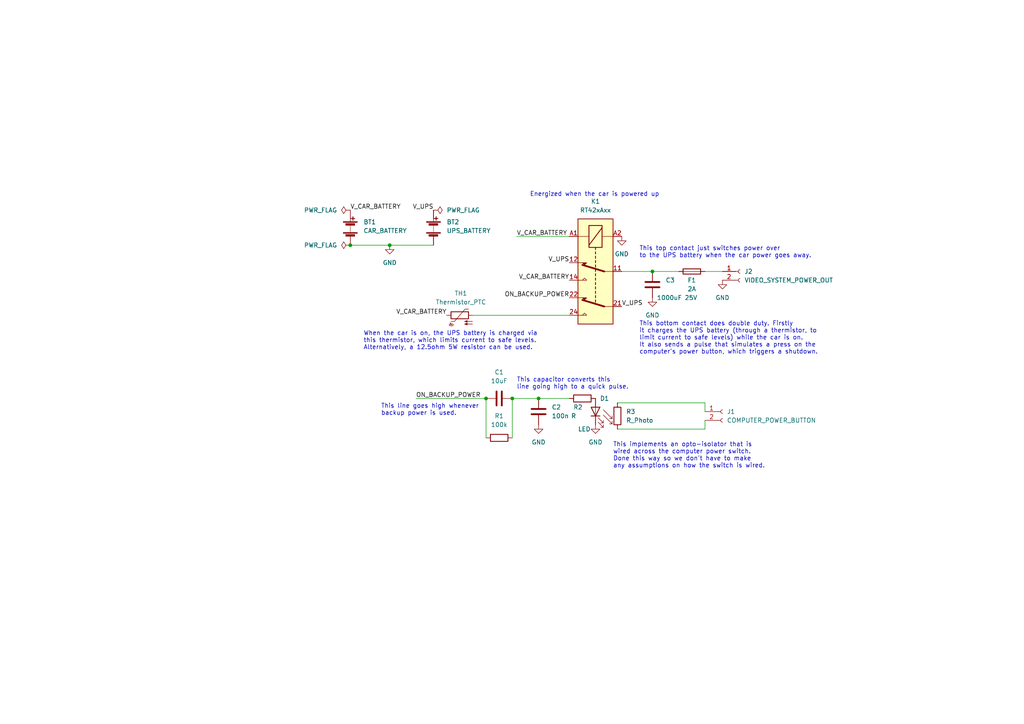
<source format=kicad_sch>
(kicad_sch (version 20211123) (generator eeschema)
  (paper "A4")
  (lib_symbols
    (symbol "Connector:Conn_01x02_Female" (pin_names (offset 1.016) hide)
      (property "Reference" "J" (at 0 2.54 0))
      (property "Value" "Conn_01x02_Female" (at 0 -5.08 0))
      (symbol "Conn_01x02_Female_1_1"
        (arc (start 0 -2.032) (mid -0.508 -2.54) (end 0 -3.048) (stroke (width 0.1524)))
        (polyline (pts (xy -1.27 -2.54) (xy -0.508 -2.54)) (stroke (width 0.1524)))
        (polyline (pts (xy -1.27 0) (xy -0.508 0)) (stroke (width 0.1524)))
        (arc (start 0 0.508) (mid -0.508 0) (end 0 -0.508) (stroke (width 0.1524)))
        (pin passive line (at -5.08 0 0) (length 3.81) (name "Pin_1") (number "1"))
        (pin passive line (at -5.08 -2.54 0) (length 3.81) (name "Pin_2") (number "2"))
      )
    )
    (symbol "Device:Battery" (pin_numbers hide) (pin_names (offset 0) hide)
      (property "Reference" "BT" (at 2.54 2.54 0))
      (property "Value" "Battery" (at 2.54 0 0))
      (symbol "Battery_0_1"
        (rectangle (start -2.032 -1.397) (end 2.032 -1.651) (fill (type outline)))
        (rectangle (start -2.032 1.778) (end 2.032 1.524) (fill (type outline)))
        (rectangle (start -1.3208 -1.9812) (end 1.27 -2.4892) (fill (type outline)))
        (rectangle (start -1.3208 1.1938) (end 1.27 0.6858) (fill (type outline)))
        (polyline (pts (xy 0 -1.524) (xy 0 -1.27)))
        (polyline (pts (xy 0 -1.016) (xy 0 -0.762)))
        (polyline (pts (xy 0 -0.508) (xy 0 -0.254)))
        (polyline (pts (xy 0 0) (xy 0 0.254)))
        (polyline (pts (xy 0 0.508) (xy 0 0.762)))
        (polyline (pts (xy 0 1.778) (xy 0 2.54)))
        (polyline (pts (xy 0.254 2.667) (xy 1.27 2.667)) (stroke (width 0.254)))
        (polyline (pts (xy 0.762 3.175) (xy 0.762 2.159)) (stroke (width 0.254)))
      )
      (symbol "Battery_1_1"
        (pin passive line (at 0 5.08 270) (length 2.54) (name "+") (number "1"))
        (pin passive line (at 0 -5.08 90) (length 2.54) (name "-") (number "2"))
      )
    )
    (symbol "Device:C" (pin_numbers hide) (pin_names (offset 0.254))
      (property "Reference" "C" (at 0.635 2.54 0))
      (property "Value" "C" (at 0.635 -2.54 0))
      (symbol "C_0_1"
        (polyline (pts (xy -2.032 -0.762) (xy 2.032 -0.762)) (stroke (width 0.508)))
        (polyline (pts (xy -2.032 0.762) (xy 2.032 0.762)) (stroke (width 0.508)))
      )
      (symbol "C_1_1"
        (pin passive line (at 0 3.81 270) (length 2.794) (name "~") (number "1"))
        (pin passive line (at 0 -3.81 90) (length 2.794) (name "~") (number "2"))
      )
    )
    (symbol "Device:Fuse" (pin_numbers hide) (pin_names (offset 0))
      (property "Reference" "F" (at 2.032 0 90))
      (property "Value" "Fuse" (at -1.905 0 90))
      (symbol "Fuse_0_1"
        (rectangle (start -0.762 -2.54) (end 0.762 2.54) (stroke (width 0.254)))
        (polyline (pts (xy 0 2.54) (xy 0 -2.54)))
      )
      (symbol "Fuse_1_1"
        (pin passive line (at 0 3.81 270) (length 1.27) (name "~") (number "1"))
        (pin passive line (at 0 -3.81 90) (length 1.27) (name "~") (number "2"))
      )
    )
    (symbol "Device:LED" (pin_numbers hide) (pin_names (offset 1.016) hide)
      (property "Reference" "D" (at 0 2.54 0))
      (property "Value" "LED" (at 0 -2.54 0))
      (symbol "LED_0_1"
        (polyline (pts (xy -1.27 -1.27) (xy -1.27 1.27)) (stroke (width 0.254)))
        (polyline (pts (xy -1.27 0) (xy 1.27 0)))
        (polyline (pts (xy 1.27 -1.27) (xy 1.27 1.27) (xy -1.27 0) (xy 1.27 -1.27)) (stroke (width 0.254)))
        (polyline (pts (xy -3.048 -0.762) (xy -4.572 -2.286) (xy -3.81 -2.286) (xy -4.572 -2.286) (xy -4.572 -1.524)))
        (polyline (pts (xy -1.778 -0.762) (xy -3.302 -2.286) (xy -2.54 -2.286) (xy -3.302 -2.286) (xy -3.302 -1.524)))
      )
      (symbol "LED_1_1"
        (pin passive line (at -3.81 0 0) (length 2.54) (name "K") (number "1"))
        (pin passive line (at 3.81 0 180) (length 2.54) (name "A") (number "2"))
      )
    )
    (symbol "Device:R" (pin_numbers hide) (pin_names (offset 0))
      (property "Reference" "R" (at 2.032 0 90))
      (property "Value" "R" (at 0 0 90))
      (symbol "R_0_1"
        (rectangle (start -1.016 -2.54) (end 1.016 2.54) (stroke (width 0.254)))
      )
      (symbol "R_1_1"
        (pin passive line (at 0 3.81 270) (length 1.27) (name "~") (number "1"))
        (pin passive line (at 0 -3.81 90) (length 1.27) (name "~") (number "2"))
      )
    )
    (symbol "Device:R_Photo" (pin_numbers hide) (pin_names (offset 0))
      (property "Reference" "R" (at 1.27 1.27 0))
      (property "Value" "R_Photo" (at 1.27 0 0))
      (symbol "R_Photo_0_1"
        (rectangle (start -1.016 2.54) (end 1.016 -2.54) (stroke (width 0.254)))
        (polyline (pts (xy -1.524 -2.286) (xy -4.064 0.254)))
        (polyline (pts (xy -1.524 -2.286) (xy -2.286 -2.286)))
        (polyline (pts (xy -1.524 -2.286) (xy -1.524 -1.524)))
        (polyline (pts (xy -1.524 -0.762) (xy -4.064 1.778)))
        (polyline (pts (xy -1.524 -0.762) (xy -2.286 -0.762)))
        (polyline (pts (xy -1.524 -0.762) (xy -1.524 0)))
      )
      (symbol "R_Photo_1_1"
        (pin passive line (at 0 3.81 270) (length 1.27) (name "~") (number "1"))
        (pin passive line (at 0 -3.81 90) (length 1.27) (name "~") (number "2"))
      )
    )
    (symbol "Device:Thermistor_PTC" (pin_numbers hide) (pin_names (offset 0))
      (property "Reference" "TH" (at -4.064 0 90))
      (property "Value" "Thermistor_PTC" (at 3.048 0 90))
      (symbol "Thermistor_PTC_0_1"
        (arc (start -3.048 2.159) (mid -3.0505 2.3165) (end -3.175 2.413))
        (arc (start -3.048 2.159) (mid -2.9736 1.9794) (end -2.794 1.905))
        (arc (start -3.048 2.794) (mid -2.9736 2.6144) (end -2.794 2.54))
        (arc (start -2.794 1.905) (mid -2.6144 1.9794) (end -2.54 2.159))
        (arc (start -2.794 2.54) (mid -2.434 2.5608) (end -2.159 2.794))
        (arc (start -2.794 3.048) (mid -2.9736 2.9736) (end -3.048 2.794))
        (arc (start -2.54 2.794) (mid -2.6144 2.9736) (end -2.794 3.048))
        (rectangle (start -1.016 2.54) (end 1.016 -2.54) (stroke (width 0.254)))
        (polyline (pts (xy -2.54 2.159) (xy -2.54 2.794)))
        (polyline (pts (xy -1.778 2.54) (xy -1.778 1.524) (xy 1.778 -1.524) (xy 1.778 -2.54)))
        (polyline (pts (xy -2.54 -3.683) (xy -2.54 -1.397) (xy -2.794 -2.159) (xy -2.286 -2.159) (xy -2.54 -1.397) (xy -2.54 -1.651)) (fill (type outline)))
        (polyline (pts (xy -1.778 -3.683) (xy -1.778 -1.397) (xy -2.032 -2.159) (xy -1.524 -2.159) (xy -1.778 -1.397) (xy -1.778 -1.651)) (fill (type outline)))
      )
      (symbol "Thermistor_PTC_1_1"
        (pin passive line (at 0 3.81 270) (length 1.27) (name "~") (number "1"))
        (pin passive line (at 0 -3.81 90) (length 1.27) (name "~") (number "2"))
      )
    )
    (symbol "Relay:RT42xAxx"
      (property "Reference" "K" (at 16.51 3.81 0))
      (property "Value" "RT42xAxx" (at 16.51 1.27 0))
      (symbol "RT42xAxx_0_0"
        (polyline (pts (xy -7.62 1.905) (xy -12.7 -1.905)) (stroke (width 0.254)))
      )
      (symbol "RT42xAxx_0_1"
        (rectangle (start -15.24 5.08) (end 15.24 -5.08) (stroke (width 0.254)) (fill (type background)))
        (rectangle (start -13.335 1.905) (end -6.985 -1.905) (stroke (width 0.254)))
        (polyline (pts (xy -10.16 -5.08) (xy -10.16 -1.905)))
        (polyline (pts (xy -10.16 5.08) (xy -10.16 1.905)))
        (polyline (pts (xy -6.985 0) (xy -6.35 0)) (stroke (width 0.254)))
        (polyline (pts (xy -5.715 0) (xy -5.08 0)) (stroke (width 0.254)))
        (polyline (pts (xy -4.445 0) (xy -3.81 0)) (stroke (width 0.254)))
        (polyline (pts (xy -3.175 0) (xy -2.54 0)) (stroke (width 0.254)))
        (polyline (pts (xy -1.905 0) (xy -1.27 0)) (stroke (width 0.254)))
        (polyline (pts (xy -0.635 0) (xy 0 0)) (stroke (width 0.254)))
        (polyline (pts (xy 0 -2.54) (xy -1.905 3.81)) (stroke (width 0.508)))
        (polyline (pts (xy 0 -2.54) (xy 0 -5.08)))
        (polyline (pts (xy 0.635 0) (xy 1.27 0)) (stroke (width 0.254)))
        (polyline (pts (xy 1.905 0) (xy 2.54 0)) (stroke (width 0.254)))
        (polyline (pts (xy 3.175 0) (xy 3.81 0)) (stroke (width 0.254)))
        (polyline (pts (xy 4.445 0) (xy 5.08 0)) (stroke (width 0.254)))
        (polyline (pts (xy 5.715 0) (xy 6.35 0)) (stroke (width 0.254)))
        (polyline (pts (xy 6.985 0) (xy 7.62 0)) (stroke (width 0.254)))
        (polyline (pts (xy 8.255 0) (xy 8.89 0)) (stroke (width 0.254)))
        (polyline (pts (xy 10.16 -2.54) (xy 8.255 3.81)) (stroke (width 0.508)))
        (polyline (pts (xy 10.16 -2.54) (xy 10.16 -5.08)))
        (polyline (pts (xy -2.54 5.08) (xy -2.54 2.54) (xy -1.905 3.175) (xy -2.54 3.81)) (fill (type outline)))
        (polyline (pts (xy 2.54 5.08) (xy 2.54 2.54) (xy 1.905 3.175) (xy 2.54 3.81)))
        (polyline (pts (xy 7.62 5.08) (xy 7.62 2.54) (xy 8.255 3.175) (xy 7.62 3.81)) (fill (type outline)))
        (polyline (pts (xy 12.7 5.08) (xy 12.7 2.54) (xy 12.065 3.175) (xy 12.7 3.81)))
      )
      (symbol "RT42xAxx_1_1"
        (pin passive line (at 0 -7.62 90) (length 2.54) (name "~") (number "11"))
        (pin passive line (at -2.54 7.62 270) (length 2.54) (name "~") (number "12"))
        (pin passive line (at 2.54 7.62 270) (length 2.54) (name "~") (number "14"))
        (pin passive line (at 10.16 -7.62 90) (length 2.54) (name "~") (number "21"))
        (pin passive line (at 7.62 7.62 270) (length 2.54) (name "~") (number "22"))
        (pin passive line (at 12.7 7.62 270) (length 2.54) (name "~") (number "24"))
        (pin passive line (at -10.16 7.62 270) (length 2.54) (name "~") (number "A1"))
        (pin passive line (at -10.16 -7.62 90) (length 2.54) (name "~") (number "A2"))
      )
    )
    (symbol "power:GND" (power) (pin_names (offset 0))
      (property "Value" "GND" (at 0 -3.81 0))
      (symbol "GND_0_1"
        (polyline (pts (xy 0 0) (xy 0 -1.27) (xy 1.27 -1.27) (xy 0 -2.54) (xy -1.27 -1.27) (xy 0 -1.27)))
      )
      (symbol "GND_1_1"
        (pin power_in line (at 0 0 270) (length 0) hide (name "GND") (number "1"))
      )
    )
    (symbol "power:PWR_FLAG" (power) (pin_numbers hide) (pin_names (offset 0) hide)
      (property "Value" "PWR_FLAG" (at 0 3.81 0))
      (symbol "PWR_FLAG_0_0"
        (pin power_out line (at 0 0 90) (length 0) (name "pwr") (number "1"))
      )
      (symbol "PWR_FLAG_0_1"
        (polyline (pts (xy 0 0) (xy 0 1.27) (xy -1.016 1.905) (xy 0 2.54) (xy 1.016 1.905) (xy 0 1.27)))
      )
    )
  )
  (junction (at 140.97 115.57))
  (junction (at 101.6 71.12))
  (junction (at 189.23 78.74))
  (junction (at 113.03 71.12))
  (junction (at 148.59 115.57))
  (junction (at 156.21 115.57))
  (wire (pts (xy 156.21 115.57) (xy 165.1 115.57)))
  (wire (pts (xy 179.07 124.46) (xy 204.47 124.46)))
  (wire (pts (xy 204.47 116.84) (xy 204.47 119.38)))
  (wire (pts (xy 148.59 115.57) (xy 156.21 115.57)))
  (wire (pts (xy 180.34 78.74) (xy 189.23 78.74)))
  (wire (pts (xy 204.47 124.46) (xy 204.47 121.92)))
  (wire (pts (xy 179.07 116.84) (xy 204.47 116.84)))
  (wire (pts (xy 137.16 91.44) (xy 165.1 91.44)))
  (wire (pts (xy 149.86 68.58) (xy 165.1 68.58)))
  (wire (pts (xy 140.97 115.57) (xy 140.97 127)))
  (wire (pts (xy 148.59 115.57) (xy 148.59 127)))
  (wire (pts (xy 189.23 78.74) (xy 196.85 78.74)))
  (wire (pts (xy 204.47 78.74) (xy 209.55 78.74)))
  (wire (pts (xy 101.6 71.12) (xy 113.03 71.12)))
  (wire (pts (xy 113.03 71.12) (xy 125.73 71.12)))
  (wire (pts (xy 120.65 115.57) (xy 140.97 115.57)))
  (text "When the car is on, the UPS battery is charged via\nthis thermistor, which limits current to safe levels.\nAlternatively, a 12.5ohm 5W resistor can be used." (at 105.41 101.6 0) (effects (font (size 1.27 1.27)) (justify left bottom)))
  (text "This top contact just switches power over\nto the UPS battery when the car power goes away." (at 185.42 74.93 0) (effects (font (size 1.27 1.27)) (justify left bottom)))
  (text "This line goes high whenever\nbackup power is used." (at 110.49 120.65 0) (effects (font (size 1.27 1.27)) (justify left bottom)))
  (text "This bottom contact does double duty. Firstly\nit charges the UPS battery (through a thermistor, to\nlimit current to safe levels) while the car is on.\nIt also sends a pulse that simulates a press on the\ncomputer's power button, which triggers a shutdown." (at 185.42 102.87 0) (effects (font (size 1.27 1.27)) (justify left bottom)))
  (text "This capacitor converts this\nline going high to a quick pulse." (at 149.86 113.03 0) (effects (font (size 1.27 1.27)) (justify left bottom)))
  (text "Energized when the car is powered up" (at 153.67 57.15 0) (effects (font (size 1.27 1.27)) (justify left bottom)))
  (text "This implements an opto-isolator that is\nwired across the computer power switch.\nDone this way so we don't have to make\nany assumptions on how the switch is wired." (at 177.8 135.89 0) (effects (font (size 1.27 1.27)) (justify left bottom)))
  (label "V_CAR_BATTERY" (at 101.6 60.96 0))
  (label "ON_BACKUP_POWER" (at 165.1 86.36 180))
  (label "V_CAR_BATTERY" (at 129.54 91.44 180))
  (label "ON_BACKUP_POWER" (at 120.65 115.57 0))
  (label "V_UPS" (at 125.73 60.96 180))
  (label "V_UPS" (at 180.34 88.9 0))
  (label "V_UPS" (at 165.1 76.2 180))
  (label "V_CAR_BATTERY" (at 149.86 68.58 0))
  (label "V_CAR_BATTERY" (at 165.1 81.28 180))
  (symbol (lib_id "Device:C") (at 156.21 119.38 0) (unit 1)
    (property "Reference" "C2" (at 160.02 118.1099 0) (effects (justify left)))
    (property "Value" "100n" (at 160.02 120.6499 0) (effects (justify left)))
  )
  (symbol (lib_id "Connector:Conn_01x02_Female") (at 214.63 78.74 0) (unit 1)
    (property "Reference" "J2" (at 215.9 78.7399 0) (effects (justify left)))
    (property "Value" "VIDEO_SYSTEM_POWER_OUT" (at 215.9 81.2799 0) (effects (justify left)))
  )
  (symbol (lib_id "Device:R") (at 144.78 127 90) (unit 1)
    (property "Reference" "R1" (at 144.78 120.65 90))
    (property "Value" "100k" (at 144.78 123.19 90))
  )
  (symbol (lib_id "power:GND") (at 172.72 123.19 0) (unit 1)
    (property "Reference" "#PWR03" (effects hide))
    (property "Value" "GND" (at 172.72 128.27 0))
  )
  (symbol (lib_id "Device:Fuse") (at 200.66 78.74 90) (unit 1)
    (property "Reference" "F1" (at 200.66 81.28 90))
    (property "Value" "2A" (at 200.66 83.82 90))
  )
  (symbol (lib_id "Device:C") (at 144.78 115.57 90) (unit 1)
    (property "Reference" "C1" (at 144.78 107.95 90))
    (property "Value" "10uF" (at 144.78 110.49 90))
  )
  (symbol (lib_id "power:PWR_FLAG") (at 125.73 60.96 270) (unit 1)
    (property "Reference" "#FLG0103" (effects hide))
    (property "Value" "PWR_FLAG" (at 129.54 60.9599 90) (effects (justify left)))
  )
  (symbol (lib_id "Device:Thermistor_PTC") (at 133.35 91.44 90) (unit 1)
    (property "Reference" "TH1" (at 133.6675 85.09 90))
    (property "Value" "Thermistor_PTC" (at 133.6675 87.63 90))
  )
  (symbol (lib_id "Device:LED") (at 172.72 119.38 90) (unit 1)
    (property "Reference" "D1" (at 173.99 115.57 90) (effects (justify right)))
    (property "Value" "LED" (at 167.64 124.46 90) (effects (justify right)))
  )
  (symbol (lib_id "Connector:Conn_01x02_Female") (at 209.55 119.38 0) (unit 1)
    (property "Reference" "J1" (at 210.82 119.3799 0) (effects (justify left)))
    (property "Value" "COMPUTER_POWER_BUTTON" (at 210.82 121.9199 0) (effects (justify left)))
  )
  (symbol (lib_id "Device:R") (at 168.91 115.57 90) (unit 1)
    (property "Reference" "R2" (at 167.64 118.11 90))
    (property "Value" "R" (at 166.37 120.65 90))
  )
  (symbol (lib_id "power:GND") (at 209.55 81.28 0) (unit 1)
    (property "Reference" "#PWR06" (effects hide))
    (property "Value" "GND" (at 209.55 86.36 0))
  )
  (symbol (lib_id "power:GND") (at 156.21 123.19 0) (unit 1)
    (property "Reference" "#PWR02" (effects hide))
    (property "Value" "GND" (at 156.21 128.27 0))
  )
  (symbol (lib_id "Device:Battery") (at 125.73 66.04 0) (unit 1)
    (property "Reference" "BT2" (at 129.54 64.3889 0) (effects (justify left)))
    (property "Value" "UPS_BATTERY" (at 129.54 66.9289 0) (effects (justify left)))
  )
  (symbol (lib_id "Device:R_Photo") (at 179.07 120.65 0) (unit 1)
    (property "Reference" "R3" (at 181.61 119.3799 0) (effects (justify left)))
    (property "Value" "R_Photo" (at 181.61 121.9199 0) (effects (justify left)))
  )
  (symbol (lib_id "Device:C") (at 189.23 82.55 0) (unit 1)
    (property "Reference" "C3" (at 193.04 81.2799 0) (effects (justify left)))
    (property "Value" "1000uF 25V" (at 190.5 86.36 0) (effects (justify left)))
  )
  (symbol (lib_id "power:PWR_FLAG") (at 101.6 71.12 90) (unit 1)
    (property "Reference" "#FLG0101" (effects hide))
    (property "Value" "PWR_FLAG" (at 97.79 71.1199 90) (effects (justify left)))
  )
  (symbol (lib_id "power:PWR_FLAG") (at 101.6 60.96 90) (unit 1)
    (property "Reference" "#FLG0102" (effects hide))
    (property "Value" "PWR_FLAG" (at 97.79 60.9599 90) (effects (justify left)))
  )
  (symbol (lib_id "Device:Battery") (at 101.6 66.04 0) (unit 1)
    (property "Reference" "BT1" (at 105.41 64.3889 0) (effects (justify left)))
    (property "Value" "CAR_BATTERY" (at 105.41 66.9289 0) (effects (justify left)))
  )
  (symbol (lib_id "power:GND") (at 113.03 71.12 0) (unit 1)
    (property "Reference" "#PWR01" (effects hide))
    (property "Value" "GND" (at 113.03 76.2 0))
  )
  (symbol (lib_id "Relay:RT42xAxx") (at 172.72 78.74 90) (mirror x) (unit 1)
    (property "Reference" "K1" (at 172.72 58.42 90))
    (property "Value" "RT42xAxx" (at 172.72 60.96 90))
    (property "Footprint" "Relay_THT:Relay_DPDT_Schrack-RT2-FormC_RM5mm" (effects hide))
    (property "Datasheet" "http://www.te.com/commerce/DocumentDelivery/DDEController?Action=showdoc&DocId=Data+Sheet%7FRT2_bistable%7F1116%7Fpdf%7FEnglish%7FENG_DS_RT2_bistable_1116.pdf%7F1-1415537-8" (effects hide))
  )
  (symbol (lib_id "power:GND") (at 189.23 86.36 0) (unit 1)
    (property "Reference" "#PWR05" (effects hide))
    (property "Value" "GND" (at 189.23 91.44 0))
  )
  (symbol (lib_id "power:GND") (at 180.34 68.58 0) (unit 1)
    (property "Reference" "#PWR04" (effects hide))
    (property "Value" "GND" (at 180.34 73.66 0))
  )
)
</source>
